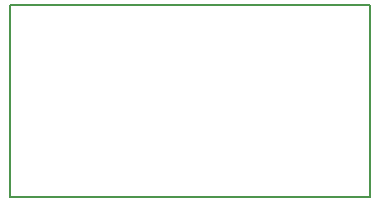
<source format=gm1>
G04 #@! TF.FileFunction,Profile,NP*
%FSLAX46Y46*%
G04 Gerber Fmt 4.6, Leading zero omitted, Abs format (unit mm)*
G04 Created by KiCad (PCBNEW 4.0.7) date Wed Dec 12 21:34:46 2018*
%MOMM*%
%LPD*%
G01*
G04 APERTURE LIST*
%ADD10C,0.100000*%
%ADD11C,0.150000*%
G04 APERTURE END LIST*
D10*
D11*
X87680800Y-93116400D02*
X57200800Y-93116400D01*
X87680800Y-109372400D02*
X87680800Y-93116400D01*
X57200800Y-109372400D02*
X87680800Y-109372400D01*
X57200800Y-93116400D02*
X57200800Y-109372400D01*
M02*

</source>
